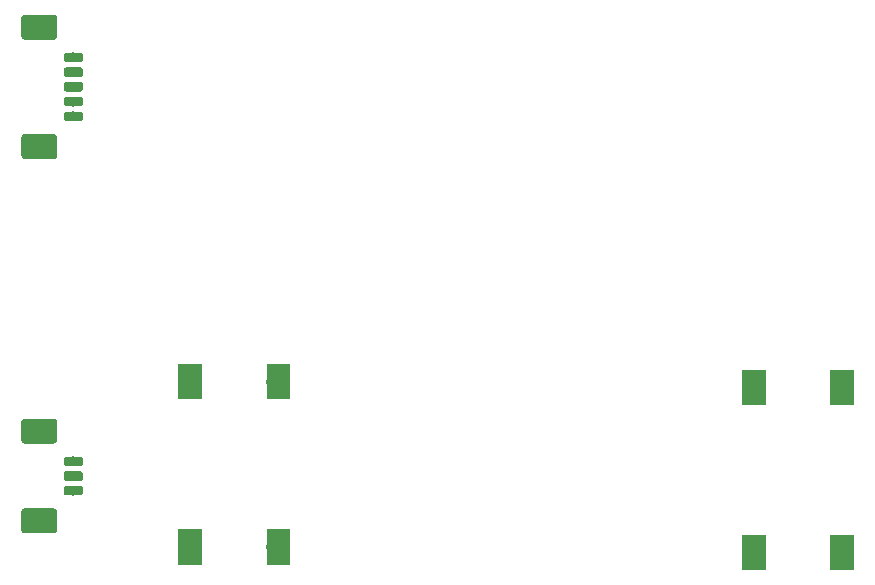
<source format=gbr>
G04 #@! TF.GenerationSoftware,KiCad,Pcbnew,(5.1.2)-2*
G04 #@! TF.CreationDate,2020-11-17T23:24:33+01:00*
G04 #@! TF.ProjectId,MieleProjectorPCB,4d69656c-6550-4726-9f6a-6563746f7250,rev?*
G04 #@! TF.SameCoordinates,Original*
G04 #@! TF.FileFunction,Paste,Bot*
G04 #@! TF.FilePolarity,Positive*
%FSLAX46Y46*%
G04 Gerber Fmt 4.6, Leading zero omitted, Abs format (unit mm)*
G04 Created by KiCad (PCBNEW (5.1.2)-2) date 2020-11-17 23:24:33*
%MOMM*%
%LPD*%
G04 APERTURE LIST*
%ADD10C,2.000000*%
%ADD11C,0.100000*%
%ADD12C,0.800000*%
%ADD13C,2.100000*%
G04 APERTURE END LIST*
D10*
X43250000Y-122750000D03*
D11*
G36*
X44250000Y-124250000D02*
G01*
X42250000Y-124250000D01*
X42250000Y-121250000D01*
X44250000Y-121250000D01*
X44250000Y-124250000D01*
X44250000Y-124250000D01*
G37*
D10*
X50750000Y-122750000D03*
D11*
G36*
X51750000Y-124250000D02*
G01*
X49750000Y-124250000D01*
X49750000Y-121250000D01*
X51750000Y-121250000D01*
X51750000Y-124250000D01*
X51750000Y-124250000D01*
G37*
D10*
X43250000Y-136750000D03*
D11*
G36*
X44250000Y-138250000D02*
G01*
X42250000Y-138250000D01*
X42250000Y-135250000D01*
X44250000Y-135250000D01*
X44250000Y-138250000D01*
X44250000Y-138250000D01*
G37*
D10*
X50750000Y-136750000D03*
D11*
G36*
X51750000Y-138250000D02*
G01*
X49750000Y-138250000D01*
X49750000Y-135250000D01*
X51750000Y-135250000D01*
X51750000Y-138250000D01*
X51750000Y-138250000D01*
G37*
D10*
X91000000Y-123250000D03*
D11*
G36*
X92000000Y-124750000D02*
G01*
X90000000Y-124750000D01*
X90000000Y-121750000D01*
X92000000Y-121750000D01*
X92000000Y-124750000D01*
X92000000Y-124750000D01*
G37*
D10*
X98500000Y-123250000D03*
D11*
G36*
X99500000Y-124750000D02*
G01*
X97500000Y-124750000D01*
X97500000Y-121750000D01*
X99500000Y-121750000D01*
X99500000Y-124750000D01*
X99500000Y-124750000D01*
G37*
D10*
X91000000Y-137250000D03*
D11*
G36*
X92000000Y-138750000D02*
G01*
X90000000Y-138750000D01*
X90000000Y-135750000D01*
X92000000Y-135750000D01*
X92000000Y-138750000D01*
X92000000Y-138750000D01*
G37*
D10*
X98500000Y-137250000D03*
D11*
G36*
X99500000Y-138750000D02*
G01*
X97500000Y-138750000D01*
X97500000Y-135750000D01*
X99500000Y-135750000D01*
X99500000Y-138750000D01*
X99500000Y-138750000D01*
G37*
G36*
X34019603Y-99900963D02*
G01*
X34039018Y-99903843D01*
X34058057Y-99908612D01*
X34076537Y-99915224D01*
X34094279Y-99923616D01*
X34111114Y-99933706D01*
X34126879Y-99945398D01*
X34141421Y-99958579D01*
X34154602Y-99973121D01*
X34166294Y-99988886D01*
X34176384Y-100005721D01*
X34184776Y-100023463D01*
X34191388Y-100041943D01*
X34196157Y-100060982D01*
X34199037Y-100080397D01*
X34200000Y-100100000D01*
X34200000Y-100500000D01*
X34199037Y-100519603D01*
X34196157Y-100539018D01*
X34191388Y-100558057D01*
X34184776Y-100576537D01*
X34176384Y-100594279D01*
X34166294Y-100611114D01*
X34154602Y-100626879D01*
X34141421Y-100641421D01*
X34126879Y-100654602D01*
X34111114Y-100666294D01*
X34094279Y-100676384D01*
X34076537Y-100684776D01*
X34058057Y-100691388D01*
X34039018Y-100696157D01*
X34019603Y-100699037D01*
X34000000Y-100700000D01*
X32800000Y-100700000D01*
X32780397Y-100699037D01*
X32760982Y-100696157D01*
X32741943Y-100691388D01*
X32723463Y-100684776D01*
X32705721Y-100676384D01*
X32688886Y-100666294D01*
X32673121Y-100654602D01*
X32658579Y-100641421D01*
X32645398Y-100626879D01*
X32633706Y-100611114D01*
X32623616Y-100594279D01*
X32615224Y-100576537D01*
X32608612Y-100558057D01*
X32603843Y-100539018D01*
X32600963Y-100519603D01*
X32600000Y-100500000D01*
X32600000Y-100100000D01*
X32600963Y-100080397D01*
X32603843Y-100060982D01*
X32608612Y-100041943D01*
X32615224Y-100023463D01*
X32623616Y-100005721D01*
X32633706Y-99988886D01*
X32645398Y-99973121D01*
X32658579Y-99958579D01*
X32673121Y-99945398D01*
X32688886Y-99933706D01*
X32705721Y-99923616D01*
X32723463Y-99915224D01*
X32741943Y-99908612D01*
X32760982Y-99903843D01*
X32780397Y-99900963D01*
X32800000Y-99900000D01*
X34000000Y-99900000D01*
X34019603Y-99900963D01*
X34019603Y-99900963D01*
G37*
D12*
X33400000Y-100300000D03*
D11*
G36*
X34019603Y-98650963D02*
G01*
X34039018Y-98653843D01*
X34058057Y-98658612D01*
X34076537Y-98665224D01*
X34094279Y-98673616D01*
X34111114Y-98683706D01*
X34126879Y-98695398D01*
X34141421Y-98708579D01*
X34154602Y-98723121D01*
X34166294Y-98738886D01*
X34176384Y-98755721D01*
X34184776Y-98773463D01*
X34191388Y-98791943D01*
X34196157Y-98810982D01*
X34199037Y-98830397D01*
X34200000Y-98850000D01*
X34200000Y-99250000D01*
X34199037Y-99269603D01*
X34196157Y-99289018D01*
X34191388Y-99308057D01*
X34184776Y-99326537D01*
X34176384Y-99344279D01*
X34166294Y-99361114D01*
X34154602Y-99376879D01*
X34141421Y-99391421D01*
X34126879Y-99404602D01*
X34111114Y-99416294D01*
X34094279Y-99426384D01*
X34076537Y-99434776D01*
X34058057Y-99441388D01*
X34039018Y-99446157D01*
X34019603Y-99449037D01*
X34000000Y-99450000D01*
X32800000Y-99450000D01*
X32780397Y-99449037D01*
X32760982Y-99446157D01*
X32741943Y-99441388D01*
X32723463Y-99434776D01*
X32705721Y-99426384D01*
X32688886Y-99416294D01*
X32673121Y-99404602D01*
X32658579Y-99391421D01*
X32645398Y-99376879D01*
X32633706Y-99361114D01*
X32623616Y-99344279D01*
X32615224Y-99326537D01*
X32608612Y-99308057D01*
X32603843Y-99289018D01*
X32600963Y-99269603D01*
X32600000Y-99250000D01*
X32600000Y-98850000D01*
X32600963Y-98830397D01*
X32603843Y-98810982D01*
X32608612Y-98791943D01*
X32615224Y-98773463D01*
X32623616Y-98755721D01*
X32633706Y-98738886D01*
X32645398Y-98723121D01*
X32658579Y-98708579D01*
X32673121Y-98695398D01*
X32688886Y-98683706D01*
X32705721Y-98673616D01*
X32723463Y-98665224D01*
X32741943Y-98658612D01*
X32760982Y-98653843D01*
X32780397Y-98650963D01*
X32800000Y-98650000D01*
X34000000Y-98650000D01*
X34019603Y-98650963D01*
X34019603Y-98650963D01*
G37*
D12*
X33400000Y-99050000D03*
D11*
G36*
X34019603Y-97400963D02*
G01*
X34039018Y-97403843D01*
X34058057Y-97408612D01*
X34076537Y-97415224D01*
X34094279Y-97423616D01*
X34111114Y-97433706D01*
X34126879Y-97445398D01*
X34141421Y-97458579D01*
X34154602Y-97473121D01*
X34166294Y-97488886D01*
X34176384Y-97505721D01*
X34184776Y-97523463D01*
X34191388Y-97541943D01*
X34196157Y-97560982D01*
X34199037Y-97580397D01*
X34200000Y-97600000D01*
X34200000Y-98000000D01*
X34199037Y-98019603D01*
X34196157Y-98039018D01*
X34191388Y-98058057D01*
X34184776Y-98076537D01*
X34176384Y-98094279D01*
X34166294Y-98111114D01*
X34154602Y-98126879D01*
X34141421Y-98141421D01*
X34126879Y-98154602D01*
X34111114Y-98166294D01*
X34094279Y-98176384D01*
X34076537Y-98184776D01*
X34058057Y-98191388D01*
X34039018Y-98196157D01*
X34019603Y-98199037D01*
X34000000Y-98200000D01*
X32800000Y-98200000D01*
X32780397Y-98199037D01*
X32760982Y-98196157D01*
X32741943Y-98191388D01*
X32723463Y-98184776D01*
X32705721Y-98176384D01*
X32688886Y-98166294D01*
X32673121Y-98154602D01*
X32658579Y-98141421D01*
X32645398Y-98126879D01*
X32633706Y-98111114D01*
X32623616Y-98094279D01*
X32615224Y-98076537D01*
X32608612Y-98058057D01*
X32603843Y-98039018D01*
X32600963Y-98019603D01*
X32600000Y-98000000D01*
X32600000Y-97600000D01*
X32600963Y-97580397D01*
X32603843Y-97560982D01*
X32608612Y-97541943D01*
X32615224Y-97523463D01*
X32623616Y-97505721D01*
X32633706Y-97488886D01*
X32645398Y-97473121D01*
X32658579Y-97458579D01*
X32673121Y-97445398D01*
X32688886Y-97433706D01*
X32705721Y-97423616D01*
X32723463Y-97415224D01*
X32741943Y-97408612D01*
X32760982Y-97403843D01*
X32780397Y-97400963D01*
X32800000Y-97400000D01*
X34000000Y-97400000D01*
X34019603Y-97400963D01*
X34019603Y-97400963D01*
G37*
D12*
X33400000Y-97800000D03*
D11*
G36*
X34019603Y-96150963D02*
G01*
X34039018Y-96153843D01*
X34058057Y-96158612D01*
X34076537Y-96165224D01*
X34094279Y-96173616D01*
X34111114Y-96183706D01*
X34126879Y-96195398D01*
X34141421Y-96208579D01*
X34154602Y-96223121D01*
X34166294Y-96238886D01*
X34176384Y-96255721D01*
X34184776Y-96273463D01*
X34191388Y-96291943D01*
X34196157Y-96310982D01*
X34199037Y-96330397D01*
X34200000Y-96350000D01*
X34200000Y-96750000D01*
X34199037Y-96769603D01*
X34196157Y-96789018D01*
X34191388Y-96808057D01*
X34184776Y-96826537D01*
X34176384Y-96844279D01*
X34166294Y-96861114D01*
X34154602Y-96876879D01*
X34141421Y-96891421D01*
X34126879Y-96904602D01*
X34111114Y-96916294D01*
X34094279Y-96926384D01*
X34076537Y-96934776D01*
X34058057Y-96941388D01*
X34039018Y-96946157D01*
X34019603Y-96949037D01*
X34000000Y-96950000D01*
X32800000Y-96950000D01*
X32780397Y-96949037D01*
X32760982Y-96946157D01*
X32741943Y-96941388D01*
X32723463Y-96934776D01*
X32705721Y-96926384D01*
X32688886Y-96916294D01*
X32673121Y-96904602D01*
X32658579Y-96891421D01*
X32645398Y-96876879D01*
X32633706Y-96861114D01*
X32623616Y-96844279D01*
X32615224Y-96826537D01*
X32608612Y-96808057D01*
X32603843Y-96789018D01*
X32600963Y-96769603D01*
X32600000Y-96750000D01*
X32600000Y-96350000D01*
X32600963Y-96330397D01*
X32603843Y-96310982D01*
X32608612Y-96291943D01*
X32615224Y-96273463D01*
X32623616Y-96255721D01*
X32633706Y-96238886D01*
X32645398Y-96223121D01*
X32658579Y-96208579D01*
X32673121Y-96195398D01*
X32688886Y-96183706D01*
X32705721Y-96173616D01*
X32723463Y-96165224D01*
X32741943Y-96158612D01*
X32760982Y-96153843D01*
X32780397Y-96150963D01*
X32800000Y-96150000D01*
X34000000Y-96150000D01*
X34019603Y-96150963D01*
X34019603Y-96150963D01*
G37*
D12*
X33400000Y-96550000D03*
D11*
G36*
X34019603Y-94900963D02*
G01*
X34039018Y-94903843D01*
X34058057Y-94908612D01*
X34076537Y-94915224D01*
X34094279Y-94923616D01*
X34111114Y-94933706D01*
X34126879Y-94945398D01*
X34141421Y-94958579D01*
X34154602Y-94973121D01*
X34166294Y-94988886D01*
X34176384Y-95005721D01*
X34184776Y-95023463D01*
X34191388Y-95041943D01*
X34196157Y-95060982D01*
X34199037Y-95080397D01*
X34200000Y-95100000D01*
X34200000Y-95500000D01*
X34199037Y-95519603D01*
X34196157Y-95539018D01*
X34191388Y-95558057D01*
X34184776Y-95576537D01*
X34176384Y-95594279D01*
X34166294Y-95611114D01*
X34154602Y-95626879D01*
X34141421Y-95641421D01*
X34126879Y-95654602D01*
X34111114Y-95666294D01*
X34094279Y-95676384D01*
X34076537Y-95684776D01*
X34058057Y-95691388D01*
X34039018Y-95696157D01*
X34019603Y-95699037D01*
X34000000Y-95700000D01*
X32800000Y-95700000D01*
X32780397Y-95699037D01*
X32760982Y-95696157D01*
X32741943Y-95691388D01*
X32723463Y-95684776D01*
X32705721Y-95676384D01*
X32688886Y-95666294D01*
X32673121Y-95654602D01*
X32658579Y-95641421D01*
X32645398Y-95626879D01*
X32633706Y-95611114D01*
X32623616Y-95594279D01*
X32615224Y-95576537D01*
X32608612Y-95558057D01*
X32603843Y-95539018D01*
X32600963Y-95519603D01*
X32600000Y-95500000D01*
X32600000Y-95100000D01*
X32600963Y-95080397D01*
X32603843Y-95060982D01*
X32608612Y-95041943D01*
X32615224Y-95023463D01*
X32623616Y-95005721D01*
X32633706Y-94988886D01*
X32645398Y-94973121D01*
X32658579Y-94958579D01*
X32673121Y-94945398D01*
X32688886Y-94933706D01*
X32705721Y-94923616D01*
X32723463Y-94915224D01*
X32741943Y-94908612D01*
X32760982Y-94903843D01*
X32780397Y-94900963D01*
X32800000Y-94900000D01*
X34000000Y-94900000D01*
X34019603Y-94900963D01*
X34019603Y-94900963D01*
G37*
D12*
X33400000Y-95300000D03*
D11*
G36*
X31774504Y-101801204D02*
G01*
X31798773Y-101804804D01*
X31822571Y-101810765D01*
X31845671Y-101819030D01*
X31867849Y-101829520D01*
X31888893Y-101842133D01*
X31908598Y-101856747D01*
X31926777Y-101873223D01*
X31943253Y-101891402D01*
X31957867Y-101911107D01*
X31970480Y-101932151D01*
X31980970Y-101954329D01*
X31989235Y-101977429D01*
X31995196Y-102001227D01*
X31998796Y-102025496D01*
X32000000Y-102050000D01*
X32000000Y-103650000D01*
X31998796Y-103674504D01*
X31995196Y-103698773D01*
X31989235Y-103722571D01*
X31980970Y-103745671D01*
X31970480Y-103767849D01*
X31957867Y-103788893D01*
X31943253Y-103808598D01*
X31926777Y-103826777D01*
X31908598Y-103843253D01*
X31888893Y-103857867D01*
X31867849Y-103870480D01*
X31845671Y-103880970D01*
X31822571Y-103889235D01*
X31798773Y-103895196D01*
X31774504Y-103898796D01*
X31750000Y-103900000D01*
X29250000Y-103900000D01*
X29225496Y-103898796D01*
X29201227Y-103895196D01*
X29177429Y-103889235D01*
X29154329Y-103880970D01*
X29132151Y-103870480D01*
X29111107Y-103857867D01*
X29091402Y-103843253D01*
X29073223Y-103826777D01*
X29056747Y-103808598D01*
X29042133Y-103788893D01*
X29029520Y-103767849D01*
X29019030Y-103745671D01*
X29010765Y-103722571D01*
X29004804Y-103698773D01*
X29001204Y-103674504D01*
X29000000Y-103650000D01*
X29000000Y-102050000D01*
X29001204Y-102025496D01*
X29004804Y-102001227D01*
X29010765Y-101977429D01*
X29019030Y-101954329D01*
X29029520Y-101932151D01*
X29042133Y-101911107D01*
X29056747Y-101891402D01*
X29073223Y-101873223D01*
X29091402Y-101856747D01*
X29111107Y-101842133D01*
X29132151Y-101829520D01*
X29154329Y-101819030D01*
X29177429Y-101810765D01*
X29201227Y-101804804D01*
X29225496Y-101801204D01*
X29250000Y-101800000D01*
X31750000Y-101800000D01*
X31774504Y-101801204D01*
X31774504Y-101801204D01*
G37*
D13*
X30500000Y-102850000D03*
D11*
G36*
X31774504Y-91701204D02*
G01*
X31798773Y-91704804D01*
X31822571Y-91710765D01*
X31845671Y-91719030D01*
X31867849Y-91729520D01*
X31888893Y-91742133D01*
X31908598Y-91756747D01*
X31926777Y-91773223D01*
X31943253Y-91791402D01*
X31957867Y-91811107D01*
X31970480Y-91832151D01*
X31980970Y-91854329D01*
X31989235Y-91877429D01*
X31995196Y-91901227D01*
X31998796Y-91925496D01*
X32000000Y-91950000D01*
X32000000Y-93550000D01*
X31998796Y-93574504D01*
X31995196Y-93598773D01*
X31989235Y-93622571D01*
X31980970Y-93645671D01*
X31970480Y-93667849D01*
X31957867Y-93688893D01*
X31943253Y-93708598D01*
X31926777Y-93726777D01*
X31908598Y-93743253D01*
X31888893Y-93757867D01*
X31867849Y-93770480D01*
X31845671Y-93780970D01*
X31822571Y-93789235D01*
X31798773Y-93795196D01*
X31774504Y-93798796D01*
X31750000Y-93800000D01*
X29250000Y-93800000D01*
X29225496Y-93798796D01*
X29201227Y-93795196D01*
X29177429Y-93789235D01*
X29154329Y-93780970D01*
X29132151Y-93770480D01*
X29111107Y-93757867D01*
X29091402Y-93743253D01*
X29073223Y-93726777D01*
X29056747Y-93708598D01*
X29042133Y-93688893D01*
X29029520Y-93667849D01*
X29019030Y-93645671D01*
X29010765Y-93622571D01*
X29004804Y-93598773D01*
X29001204Y-93574504D01*
X29000000Y-93550000D01*
X29000000Y-91950000D01*
X29001204Y-91925496D01*
X29004804Y-91901227D01*
X29010765Y-91877429D01*
X29019030Y-91854329D01*
X29029520Y-91832151D01*
X29042133Y-91811107D01*
X29056747Y-91791402D01*
X29073223Y-91773223D01*
X29091402Y-91756747D01*
X29111107Y-91742133D01*
X29132151Y-91729520D01*
X29154329Y-91719030D01*
X29177429Y-91710765D01*
X29201227Y-91704804D01*
X29225496Y-91701204D01*
X29250000Y-91700000D01*
X31750000Y-91700000D01*
X31774504Y-91701204D01*
X31774504Y-91701204D01*
G37*
D13*
X30500000Y-92750000D03*
D11*
G36*
X34019603Y-131600963D02*
G01*
X34039018Y-131603843D01*
X34058057Y-131608612D01*
X34076537Y-131615224D01*
X34094279Y-131623616D01*
X34111114Y-131633706D01*
X34126879Y-131645398D01*
X34141421Y-131658579D01*
X34154602Y-131673121D01*
X34166294Y-131688886D01*
X34176384Y-131705721D01*
X34184776Y-131723463D01*
X34191388Y-131741943D01*
X34196157Y-131760982D01*
X34199037Y-131780397D01*
X34200000Y-131800000D01*
X34200000Y-132200000D01*
X34199037Y-132219603D01*
X34196157Y-132239018D01*
X34191388Y-132258057D01*
X34184776Y-132276537D01*
X34176384Y-132294279D01*
X34166294Y-132311114D01*
X34154602Y-132326879D01*
X34141421Y-132341421D01*
X34126879Y-132354602D01*
X34111114Y-132366294D01*
X34094279Y-132376384D01*
X34076537Y-132384776D01*
X34058057Y-132391388D01*
X34039018Y-132396157D01*
X34019603Y-132399037D01*
X34000000Y-132400000D01*
X32800000Y-132400000D01*
X32780397Y-132399037D01*
X32760982Y-132396157D01*
X32741943Y-132391388D01*
X32723463Y-132384776D01*
X32705721Y-132376384D01*
X32688886Y-132366294D01*
X32673121Y-132354602D01*
X32658579Y-132341421D01*
X32645398Y-132326879D01*
X32633706Y-132311114D01*
X32623616Y-132294279D01*
X32615224Y-132276537D01*
X32608612Y-132258057D01*
X32603843Y-132239018D01*
X32600963Y-132219603D01*
X32600000Y-132200000D01*
X32600000Y-131800000D01*
X32600963Y-131780397D01*
X32603843Y-131760982D01*
X32608612Y-131741943D01*
X32615224Y-131723463D01*
X32623616Y-131705721D01*
X32633706Y-131688886D01*
X32645398Y-131673121D01*
X32658579Y-131658579D01*
X32673121Y-131645398D01*
X32688886Y-131633706D01*
X32705721Y-131623616D01*
X32723463Y-131615224D01*
X32741943Y-131608612D01*
X32760982Y-131603843D01*
X32780397Y-131600963D01*
X32800000Y-131600000D01*
X34000000Y-131600000D01*
X34019603Y-131600963D01*
X34019603Y-131600963D01*
G37*
D12*
X33400000Y-132000000D03*
D11*
G36*
X34019603Y-130350963D02*
G01*
X34039018Y-130353843D01*
X34058057Y-130358612D01*
X34076537Y-130365224D01*
X34094279Y-130373616D01*
X34111114Y-130383706D01*
X34126879Y-130395398D01*
X34141421Y-130408579D01*
X34154602Y-130423121D01*
X34166294Y-130438886D01*
X34176384Y-130455721D01*
X34184776Y-130473463D01*
X34191388Y-130491943D01*
X34196157Y-130510982D01*
X34199037Y-130530397D01*
X34200000Y-130550000D01*
X34200000Y-130950000D01*
X34199037Y-130969603D01*
X34196157Y-130989018D01*
X34191388Y-131008057D01*
X34184776Y-131026537D01*
X34176384Y-131044279D01*
X34166294Y-131061114D01*
X34154602Y-131076879D01*
X34141421Y-131091421D01*
X34126879Y-131104602D01*
X34111114Y-131116294D01*
X34094279Y-131126384D01*
X34076537Y-131134776D01*
X34058057Y-131141388D01*
X34039018Y-131146157D01*
X34019603Y-131149037D01*
X34000000Y-131150000D01*
X32800000Y-131150000D01*
X32780397Y-131149037D01*
X32760982Y-131146157D01*
X32741943Y-131141388D01*
X32723463Y-131134776D01*
X32705721Y-131126384D01*
X32688886Y-131116294D01*
X32673121Y-131104602D01*
X32658579Y-131091421D01*
X32645398Y-131076879D01*
X32633706Y-131061114D01*
X32623616Y-131044279D01*
X32615224Y-131026537D01*
X32608612Y-131008057D01*
X32603843Y-130989018D01*
X32600963Y-130969603D01*
X32600000Y-130950000D01*
X32600000Y-130550000D01*
X32600963Y-130530397D01*
X32603843Y-130510982D01*
X32608612Y-130491943D01*
X32615224Y-130473463D01*
X32623616Y-130455721D01*
X32633706Y-130438886D01*
X32645398Y-130423121D01*
X32658579Y-130408579D01*
X32673121Y-130395398D01*
X32688886Y-130383706D01*
X32705721Y-130373616D01*
X32723463Y-130365224D01*
X32741943Y-130358612D01*
X32760982Y-130353843D01*
X32780397Y-130350963D01*
X32800000Y-130350000D01*
X34000000Y-130350000D01*
X34019603Y-130350963D01*
X34019603Y-130350963D01*
G37*
D12*
X33400000Y-130750000D03*
D11*
G36*
X34019603Y-129100963D02*
G01*
X34039018Y-129103843D01*
X34058057Y-129108612D01*
X34076537Y-129115224D01*
X34094279Y-129123616D01*
X34111114Y-129133706D01*
X34126879Y-129145398D01*
X34141421Y-129158579D01*
X34154602Y-129173121D01*
X34166294Y-129188886D01*
X34176384Y-129205721D01*
X34184776Y-129223463D01*
X34191388Y-129241943D01*
X34196157Y-129260982D01*
X34199037Y-129280397D01*
X34200000Y-129300000D01*
X34200000Y-129700000D01*
X34199037Y-129719603D01*
X34196157Y-129739018D01*
X34191388Y-129758057D01*
X34184776Y-129776537D01*
X34176384Y-129794279D01*
X34166294Y-129811114D01*
X34154602Y-129826879D01*
X34141421Y-129841421D01*
X34126879Y-129854602D01*
X34111114Y-129866294D01*
X34094279Y-129876384D01*
X34076537Y-129884776D01*
X34058057Y-129891388D01*
X34039018Y-129896157D01*
X34019603Y-129899037D01*
X34000000Y-129900000D01*
X32800000Y-129900000D01*
X32780397Y-129899037D01*
X32760982Y-129896157D01*
X32741943Y-129891388D01*
X32723463Y-129884776D01*
X32705721Y-129876384D01*
X32688886Y-129866294D01*
X32673121Y-129854602D01*
X32658579Y-129841421D01*
X32645398Y-129826879D01*
X32633706Y-129811114D01*
X32623616Y-129794279D01*
X32615224Y-129776537D01*
X32608612Y-129758057D01*
X32603843Y-129739018D01*
X32600963Y-129719603D01*
X32600000Y-129700000D01*
X32600000Y-129300000D01*
X32600963Y-129280397D01*
X32603843Y-129260982D01*
X32608612Y-129241943D01*
X32615224Y-129223463D01*
X32623616Y-129205721D01*
X32633706Y-129188886D01*
X32645398Y-129173121D01*
X32658579Y-129158579D01*
X32673121Y-129145398D01*
X32688886Y-129133706D01*
X32705721Y-129123616D01*
X32723463Y-129115224D01*
X32741943Y-129108612D01*
X32760982Y-129103843D01*
X32780397Y-129100963D01*
X32800000Y-129100000D01*
X34000000Y-129100000D01*
X34019603Y-129100963D01*
X34019603Y-129100963D01*
G37*
D12*
X33400000Y-129500000D03*
D11*
G36*
X31774504Y-133501204D02*
G01*
X31798773Y-133504804D01*
X31822571Y-133510765D01*
X31845671Y-133519030D01*
X31867849Y-133529520D01*
X31888893Y-133542133D01*
X31908598Y-133556747D01*
X31926777Y-133573223D01*
X31943253Y-133591402D01*
X31957867Y-133611107D01*
X31970480Y-133632151D01*
X31980970Y-133654329D01*
X31989235Y-133677429D01*
X31995196Y-133701227D01*
X31998796Y-133725496D01*
X32000000Y-133750000D01*
X32000000Y-135350000D01*
X31998796Y-135374504D01*
X31995196Y-135398773D01*
X31989235Y-135422571D01*
X31980970Y-135445671D01*
X31970480Y-135467849D01*
X31957867Y-135488893D01*
X31943253Y-135508598D01*
X31926777Y-135526777D01*
X31908598Y-135543253D01*
X31888893Y-135557867D01*
X31867849Y-135570480D01*
X31845671Y-135580970D01*
X31822571Y-135589235D01*
X31798773Y-135595196D01*
X31774504Y-135598796D01*
X31750000Y-135600000D01*
X29250000Y-135600000D01*
X29225496Y-135598796D01*
X29201227Y-135595196D01*
X29177429Y-135589235D01*
X29154329Y-135580970D01*
X29132151Y-135570480D01*
X29111107Y-135557867D01*
X29091402Y-135543253D01*
X29073223Y-135526777D01*
X29056747Y-135508598D01*
X29042133Y-135488893D01*
X29029520Y-135467849D01*
X29019030Y-135445671D01*
X29010765Y-135422571D01*
X29004804Y-135398773D01*
X29001204Y-135374504D01*
X29000000Y-135350000D01*
X29000000Y-133750000D01*
X29001204Y-133725496D01*
X29004804Y-133701227D01*
X29010765Y-133677429D01*
X29019030Y-133654329D01*
X29029520Y-133632151D01*
X29042133Y-133611107D01*
X29056747Y-133591402D01*
X29073223Y-133573223D01*
X29091402Y-133556747D01*
X29111107Y-133542133D01*
X29132151Y-133529520D01*
X29154329Y-133519030D01*
X29177429Y-133510765D01*
X29201227Y-133504804D01*
X29225496Y-133501204D01*
X29250000Y-133500000D01*
X31750000Y-133500000D01*
X31774504Y-133501204D01*
X31774504Y-133501204D01*
G37*
D13*
X30500000Y-134550000D03*
D11*
G36*
X31774504Y-125901204D02*
G01*
X31798773Y-125904804D01*
X31822571Y-125910765D01*
X31845671Y-125919030D01*
X31867849Y-125929520D01*
X31888893Y-125942133D01*
X31908598Y-125956747D01*
X31926777Y-125973223D01*
X31943253Y-125991402D01*
X31957867Y-126011107D01*
X31970480Y-126032151D01*
X31980970Y-126054329D01*
X31989235Y-126077429D01*
X31995196Y-126101227D01*
X31998796Y-126125496D01*
X32000000Y-126150000D01*
X32000000Y-127750000D01*
X31998796Y-127774504D01*
X31995196Y-127798773D01*
X31989235Y-127822571D01*
X31980970Y-127845671D01*
X31970480Y-127867849D01*
X31957867Y-127888893D01*
X31943253Y-127908598D01*
X31926777Y-127926777D01*
X31908598Y-127943253D01*
X31888893Y-127957867D01*
X31867849Y-127970480D01*
X31845671Y-127980970D01*
X31822571Y-127989235D01*
X31798773Y-127995196D01*
X31774504Y-127998796D01*
X31750000Y-128000000D01*
X29250000Y-128000000D01*
X29225496Y-127998796D01*
X29201227Y-127995196D01*
X29177429Y-127989235D01*
X29154329Y-127980970D01*
X29132151Y-127970480D01*
X29111107Y-127957867D01*
X29091402Y-127943253D01*
X29073223Y-127926777D01*
X29056747Y-127908598D01*
X29042133Y-127888893D01*
X29029520Y-127867849D01*
X29019030Y-127845671D01*
X29010765Y-127822571D01*
X29004804Y-127798773D01*
X29001204Y-127774504D01*
X29000000Y-127750000D01*
X29000000Y-126150000D01*
X29001204Y-126125496D01*
X29004804Y-126101227D01*
X29010765Y-126077429D01*
X29019030Y-126054329D01*
X29029520Y-126032151D01*
X29042133Y-126011107D01*
X29056747Y-125991402D01*
X29073223Y-125973223D01*
X29091402Y-125956747D01*
X29111107Y-125942133D01*
X29132151Y-125929520D01*
X29154329Y-125919030D01*
X29177429Y-125910765D01*
X29201227Y-125904804D01*
X29225496Y-125901204D01*
X29250000Y-125900000D01*
X31750000Y-125900000D01*
X31774504Y-125901204D01*
X31774504Y-125901204D01*
G37*
D13*
X30500000Y-126950000D03*
M02*

</source>
